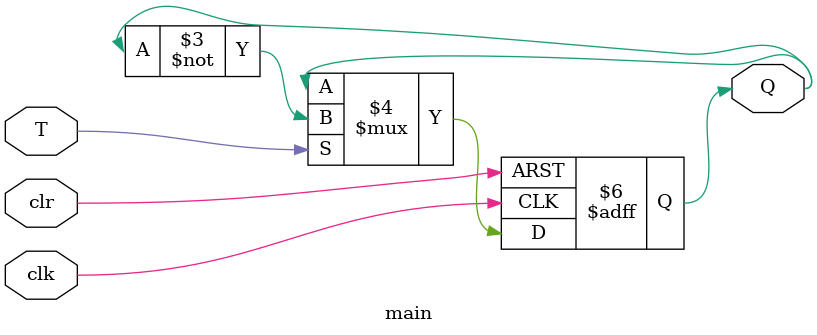
<source format=v>
`timescale 1ns/1ps

module main(
    output reg Q,
    input T, clr, clk
    );

    always @(posedge clk or posedge clr) begin
        if (clr == 1) begin
            Q <= 0;
        end
        else if(T) begin
            Q <= ~Q;
        end

    end
endmodule
</source>
